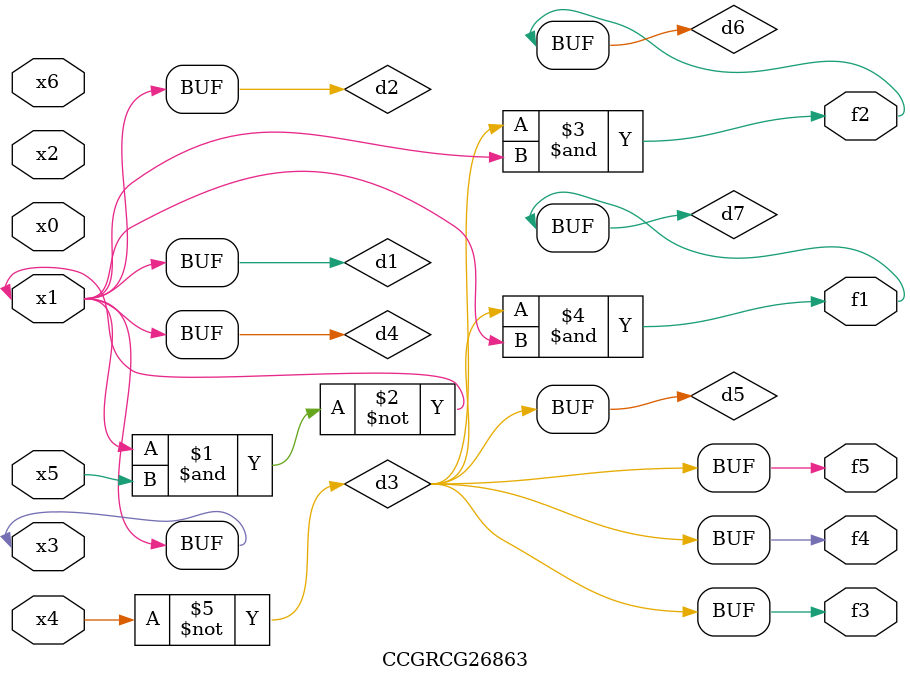
<source format=v>
module CCGRCG26863(
	input x0, x1, x2, x3, x4, x5, x6,
	output f1, f2, f3, f4, f5
);

	wire d1, d2, d3, d4, d5, d6, d7;

	buf (d1, x1, x3);
	nand (d2, x1, x5);
	not (d3, x4);
	buf (d4, d1, d2);
	buf (d5, d3);
	and (d6, d3, d4);
	and (d7, d3, d4);
	assign f1 = d7;
	assign f2 = d6;
	assign f3 = d5;
	assign f4 = d5;
	assign f5 = d5;
endmodule

</source>
